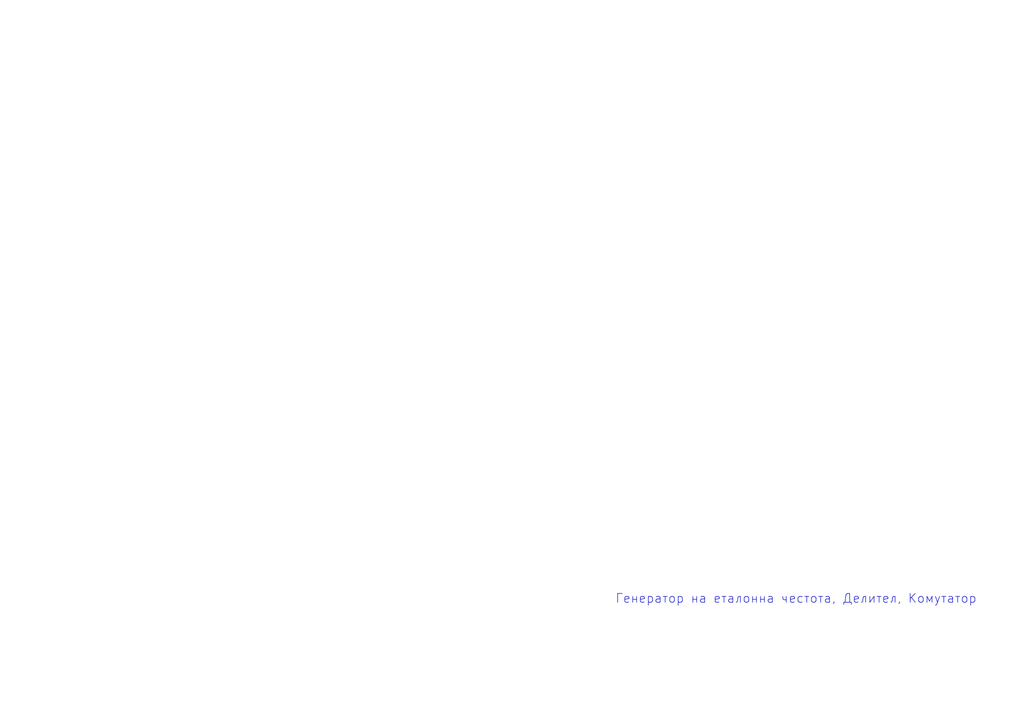
<source format=kicad_sch>
(kicad_sch (version 20211123) (generator eeschema)
  (paper "A4")
  (title_block (title "Синтезатор на честота, Радио/1990/1,2,3"))
  (lib_symbols)
  (text "Генератор на еталонна честота, Делител, Комутатор" (at 178.435 175.26 0) (effects (font (size 2.56 2.56)) (justify left bottom)))
)
</source>
